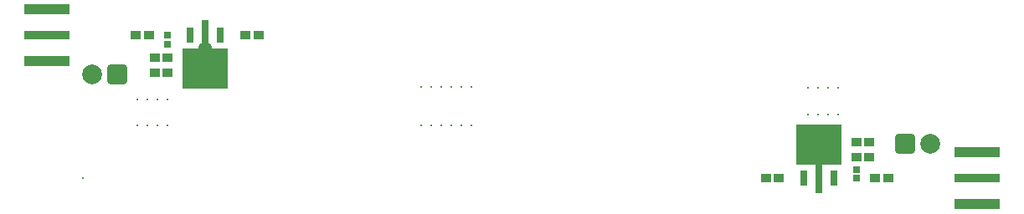
<source format=gts>
G04*
G04 #@! TF.GenerationSoftware,Altium Limited,Altium Designer,20.1.12 (249)*
G04*
G04 Layer_Color=8388736*
%FSLAX25Y25*%
%MOIN*%
G70*
G04*
G04 #@! TF.SameCoordinates,B43397F4-0A5E-4D4A-B50E-CAD48B1EF134*
G04*
G04*
G04 #@! TF.FilePolarity,Negative*
G04*
G01*
G75*
%ADD14R,0.17953X0.03937*%
%ADD15R,0.17953X0.03347*%
%ADD18R,0.04343X0.03556*%
%ADD19R,0.02926X0.02690*%
%ADD20C,0.00800*%
%ADD21R,0.18438X0.15879*%
%ADD22R,0.02965X0.12099*%
%ADD23R,0.02965X0.06312*%
%ADD24C,0.07887*%
G04:AMPARAMS|DCode=25|XSize=78.87mil|YSize=78.87mil|CornerRadius=12.86mil|HoleSize=0mil|Usage=FLASHONLY|Rotation=0.000|XOffset=0mil|YOffset=0mil|HoleType=Round|Shape=RoundedRectangle|*
%AMROUNDEDRECTD25*
21,1,0.07887,0.05315,0,0,0.0*
21,1,0.05315,0.07887,0,0,0.0*
1,1,0.02572,0.02657,-0.02657*
1,1,0.02572,-0.02657,-0.02657*
1,1,0.02572,-0.02657,0.02657*
1,1,0.02572,0.02657,0.02657*
%
%ADD25ROUNDEDRECTD25*%
%ADD26C,0.02769*%
%ADD27C,0.05800*%
D14*
X12665Y95843D02*
D03*
Y75213D02*
D03*
X383004Y38952D02*
D03*
Y18322D02*
D03*
D15*
X12665Y85528D02*
D03*
X383004Y28637D02*
D03*
D18*
X55581Y70528D02*
D03*
X60699D02*
D03*
X55581Y76528D02*
D03*
X60699D02*
D03*
X96817Y85528D02*
D03*
X91699D02*
D03*
X53259D02*
D03*
X48140D02*
D03*
X347529Y28637D02*
D03*
X342411D02*
D03*
X298852D02*
D03*
X303970D02*
D03*
X340088Y37137D02*
D03*
X334970D02*
D03*
X340088Y43137D02*
D03*
X334970D02*
D03*
D19*
X60699Y85528D02*
D03*
Y82064D02*
D03*
X334970Y28637D02*
D03*
Y32102D02*
D03*
D20*
X315500Y64500D02*
D03*
X319500D02*
D03*
X323500D02*
D03*
X327500D02*
D03*
X315500Y54000D02*
D03*
X319500D02*
D03*
X323500D02*
D03*
X327500D02*
D03*
X161500Y49500D02*
D03*
X165500D02*
D03*
X169500D02*
D03*
X173500D02*
D03*
X177500D02*
D03*
X181500D02*
D03*
Y65000D02*
D03*
X177500D02*
D03*
X173500D02*
D03*
X169500D02*
D03*
X165500D02*
D03*
X161500D02*
D03*
X60500Y49500D02*
D03*
X56500D02*
D03*
X52500D02*
D03*
X48500D02*
D03*
X60500Y60000D02*
D03*
X56500D02*
D03*
X52500D02*
D03*
X48500D02*
D03*
X26910Y28637D02*
D03*
D21*
X75699Y72339D02*
D03*
X319970Y41826D02*
D03*
D22*
X75699Y85528D02*
D03*
X319970Y28637D02*
D03*
D23*
X69794Y85528D02*
D03*
X81605D02*
D03*
X325875Y28637D02*
D03*
X314064D02*
D03*
D24*
X364252Y42337D02*
D03*
X30500Y70000D02*
D03*
D25*
X354252Y42337D02*
D03*
X40500Y70000D02*
D03*
D26*
X68534Y66749D02*
D03*
X82707D02*
D03*
X68534Y76749D02*
D03*
X73140D02*
D03*
X77928D02*
D03*
X82707D02*
D03*
X68534Y71749D02*
D03*
X73140D02*
D03*
X77928D02*
D03*
X82707D02*
D03*
D27*
X75699Y80016D02*
D03*
M02*

</source>
